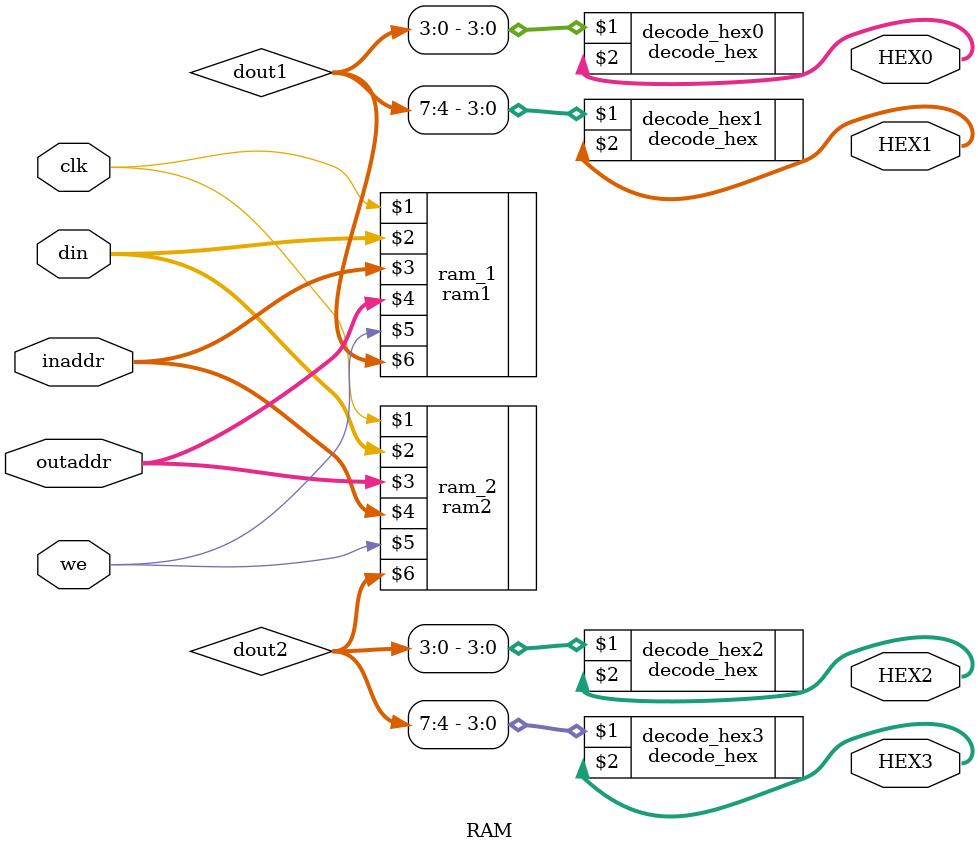
<source format=v>
module RAM(clk,din,inaddr,outaddr,we,HEX0,HEX1,HEX2,HEX3);
	input clk;
	input [1:0] din;
	input [3:0] inaddr,outaddr;
	input we;
	output [6:0] HEX0,HEX1,HEX2,HEX3;
	wire [7:0] dout1,dout2;
	ram1 ram_1(clk,din,inaddr,outaddr,we,dout1);
	ram2 ram_2(clk,din,outaddr,inaddr,we,dout2);
	
	decode_hex decode_hex0(dout1[3:0],HEX0);
	decode_hex decode_hex1(dout1[7:4],HEX1);
	decode_hex decode_hex2(dout2[3:0],HEX2);
	decode_hex decode_hex3(dout2[7:4],HEX3);
	

endmodule
</source>
